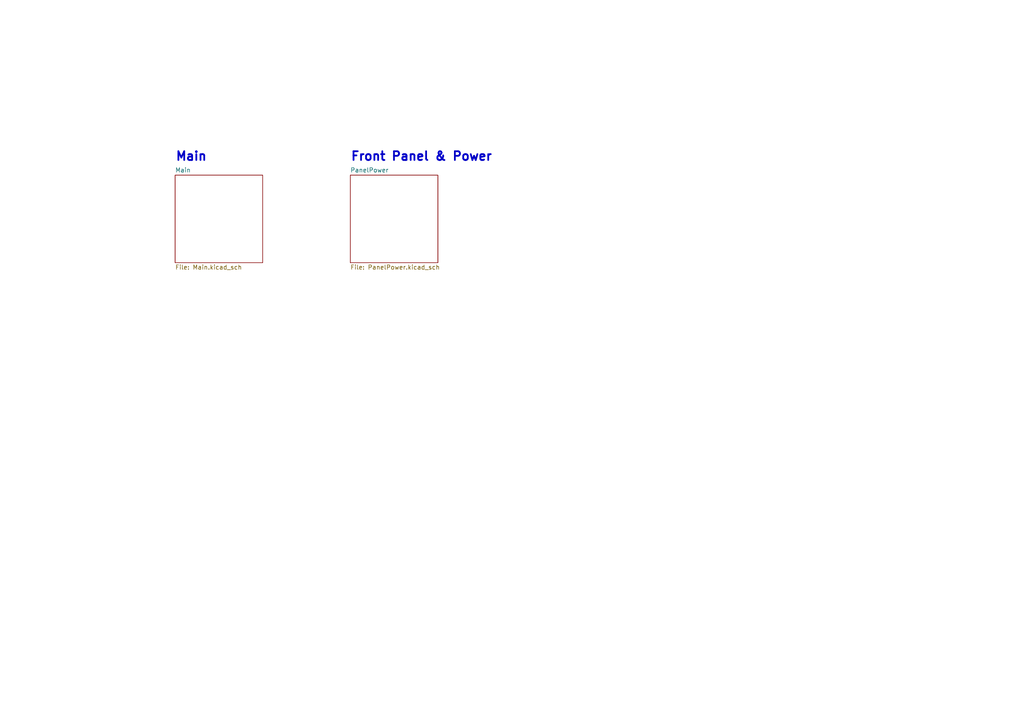
<source format=kicad_sch>
(kicad_sch (version 20211123) (generator eeschema)
  (paper "A4")
  (title_block (title "Eurorack Dual Envelope Module") (date "2022-01-28") (rev "1.2") (company "Len Popp") (comment 1 "Copyright © 2022 Len Popp CC BY") (comment 2 "Eurorack digital ADSR envelope module - 8HP"))
  (lib_symbols)
  (text "Main" (at 50.8 46.99 0) (effects (font (size 2.54 2.54) (thickness 0.508) bold) (justify left bottom)))
  (text "Front Panel & Power" (at 101.6 46.99 0) (effects (font (size 2.54 2.54) (thickness 0.508) bold) (justify left bottom)))
  (sheet (at 50.8 50.8) (size 25.4 25.4)
    (property "Sheet name" "Main" (at 50.8 50.0884 0) (effects (justify left bottom)))
    (property "Sheet file" "Main.kicad_sch" (at 50.8 76.7846 0) (effects (justify left top)))
  )
  (sheet (at 101.6 50.8) (size 25.4 25.4)
    (property "Sheet name" "PanelPower" (at 101.6 50.0884 0) (effects (justify left bottom)))
    (property "Sheet file" "PanelPower.kicad_sch" (at 101.6 76.7846 0) (effects (justify left top)))
  )
)
</source>
